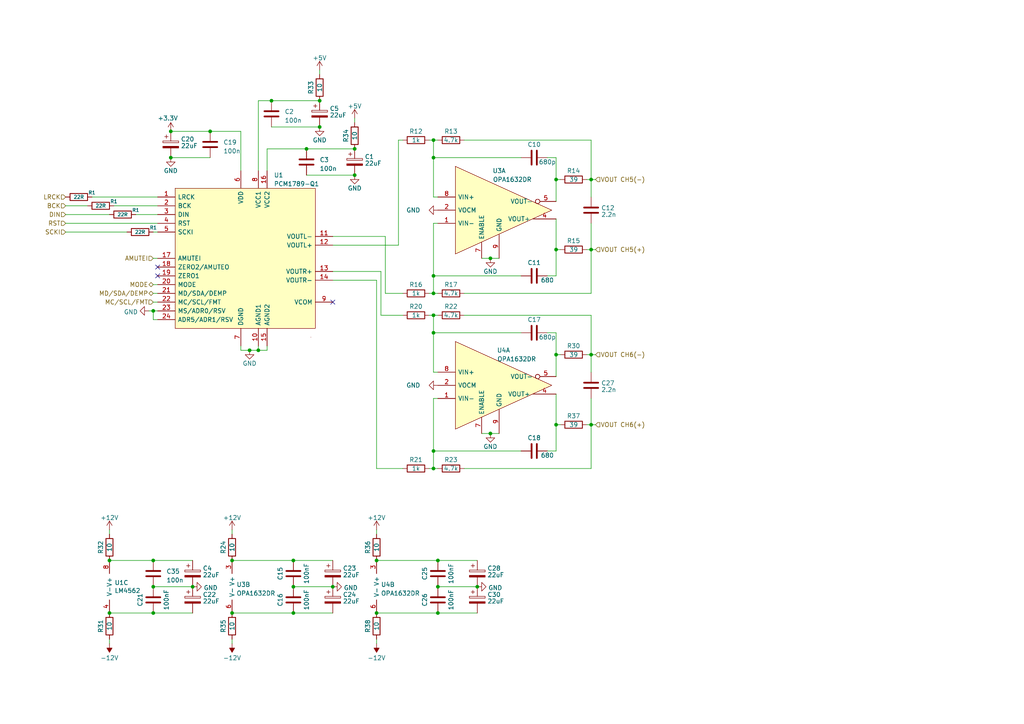
<source format=kicad_sch>
(kicad_sch (version 20230121) (generator eeschema)
  (paper "A4")
  (lib_symbols
    (symbol "Audio-DSP:PCM1789-Q1" (pin_names (offset 0.762))
      (property "Reference" "U" (at 11.43 24.13 0))
      (property "Value" "PCM1789-Q1" (at 6.35 21.59 0))
      (symbol "PCM1789-Q1_0_0"
        (pin passive line (at -26.67 17.78 0) (length 5.08) (name "LRCK") (number "1"))
        (pin passive line (at 2.54 -25.4 90) (length 5.08) (name "AGND1") (number "10"))
        (pin passive line (at 24.13 6.35 180) (length 5.08) (name "VOUTL-") (number "11"))
        (pin passive line (at 24.13 3.81 180) (length 5.08) (name "VOUTL+") (number "12"))
        (pin passive line (at 24.13 -3.81 180) (length 5.08) (name "VOUTR+") (number "13"))
        (pin passive line (at 24.13 -6.35 180) (length 5.08) (name "VOUTR-") (number "14"))
        (pin passive line (at 5.08 -25.4 90) (length 5.08) (name "AGND2") (number "15"))
        (pin passive line (at -26.67 0 0) (length 5.08) (name "AMUTEI") (number "17"))
        (pin passive line (at -26.67 -2.54 0) (length 5.08) (name "ZERO2/AMUTEO") (number "18"))
        (pin passive line (at -26.67 -5.08 0) (length 5.08) (name "ZERO1") (number "19"))
        (pin passive line (at -26.67 15.24 0) (length 5.08) (name "BCK") (number "2"))
        (pin passive line (at -26.67 -7.62 0) (length 5.08) (name "MODE") (number "20"))
        (pin passive line (at -26.67 -10.16 0) (length 5.08) (name "MD/SDA/DEMP") (number "21"))
        (pin passive line (at -26.67 -12.7 0) (length 5.08) (name "MC/SCL/FMT") (number "22"))
        (pin passive line (at -26.67 -15.24 0) (length 5.08) (name "MS/ADR0/RSV") (number "23"))
        (pin passive line (at -26.67 -17.78 0) (length 5.08) (name "ADR5/ADR1/RSV") (number "24"))
        (pin passive line (at -26.67 12.7 0) (length 5.08) (name "DIN") (number "3"))
        (pin passive line (at -26.67 10.16 0) (length 5.08) (name "RST") (number "4"))
        (pin passive line (at -26.67 7.62 0) (length 5.08) (name "SCKI") (number "5"))
        (pin passive line (at -2.54 -25.4 90) (length 5.08) (name "DGND") (number "7"))
        (pin passive line (at 24.13 -12.7 180) (length 5.08) (name "VCOM") (number "9"))
      )
      (symbol "PCM1789-Q1_0_1"
        (rectangle (start -21.59 20.32) (end 19.05 -20.32) (stroke (width 0.1524)) (fill (type background)))
        (rectangle (start 17.78 -22.86) (end 17.78 -22.86) (stroke (width 0.1524)))
      )
      (symbol "PCM1789-Q1_1_0"
        (pin power_in line (at 5.08 25.4 270) (length 5.08) (name "VCC2") (number "16"))
        (pin power_in line (at -2.54 25.4 270) (length 5.08) (name "VDD") (number "6"))
        (pin power_in line (at 2.54 25.4 270) (length 5.08) (name "VCC1") (number "8"))
      )
    )
    (symbol "Device:C" (pin_numbers hide) (pin_names (offset 0.254))
      (property "Reference" "C" (at 0.635 2.54 0))
      (property "Value" "C" (at 0.635 -2.54 0))
      (symbol "C_0_1"
        (polyline (pts (xy -2.032 -0.762) (xy 2.032 -0.762)) (stroke (width 0.508)))
        (polyline (pts (xy -2.032 0.762) (xy 2.032 0.762)) (stroke (width 0.508)))
      )
      (symbol "C_1_1"
        (pin passive line (at 0 3.81 270) (length 2.794) (name "~") (number "1"))
        (pin passive line (at 0 -3.81 90) (length 2.794) (name "~") (number "2"))
      )
    )
    (symbol "Device:C_Polarized" (pin_numbers hide) (pin_names (offset 0.254))
      (property "Reference" "C" (at 0.635 2.54 0))
      (property "Value" "C_Polarized" (at 0.635 -2.54 0))
      (symbol "C_Polarized_0_1"
        (rectangle (start -2.286 0.508) (end 2.286 1.016))
        (polyline (pts (xy -1.778 2.286) (xy -0.762 2.286)))
        (polyline (pts (xy -1.27 2.794) (xy -1.27 1.778)))
        (rectangle (start 2.286 -0.508) (end -2.286 -1.016) (fill (type outline)))
      )
      (symbol "C_Polarized_1_1"
        (pin passive line (at 0 3.81 270) (length 2.794) (name "~") (number "1"))
        (pin passive line (at 0 -3.81 90) (length 2.794) (name "~") (number "2"))
      )
    )
    (symbol "Device:R" (pin_numbers hide) (pin_names (offset 0))
      (property "Reference" "R" (at 2.032 0 90))
      (property "Value" "R" (at 0 0 90))
      (symbol "R_0_1"
        (rectangle (start -1.016 -2.54) (end 1.016 2.54) (stroke (width 0.254)))
      )
      (symbol "R_1_1"
        (pin passive line (at 0 3.81 270) (length 1.27) (name "~") (number "1"))
        (pin passive line (at 0 -3.81 90) (length 1.27) (name "~") (number "2"))
      )
    )
    (symbol "Main board-rescue:LM4562-Audio_DSP" (pin_names (offset 1.016))
      (property "Reference" "U" (at 1.27 6.35 0))
      (property "Value" "Audio_DSP_LM4562" (at 3.81 3.81 0))
      (symbol "LM4562-Audio_DSP_1_1"
        (polyline (pts (xy -3.81 5.08) (xy 6.35 0) (xy -3.81 -5.08) (xy -3.81 5.08)) (stroke (width 0.254)) (fill (type background)))
        (pin output line (at 8.89 0 180) (length 2.54) (name "~") (number "1"))
        (pin input line (at -6.35 -2.54 0) (length 2.54) (name "-") (number "2"))
        (pin input line (at -6.35 2.54 0) (length 2.54) (name "+") (number "3"))
      )
      (symbol "LM4562-Audio_DSP_2_1"
        (polyline (pts (xy -3.81 5.08) (xy 6.35 0) (xy -3.81 -5.08) (xy -3.81 5.08)) (stroke (width 0.254)) (fill (type background)))
        (pin input line (at -6.35 2.54 0) (length 2.54) (name "+") (number "5"))
        (pin input line (at -6.35 -2.54 0) (length 2.54) (name "-") (number "6"))
        (pin output line (at 8.89 0 180) (length 2.54) (name "~") (number "7"))
      )
      (symbol "LM4562-Audio_DSP_3_1"
        (pin power_in line (at 0 -7.62 90) (length 3.81) (name "V-") (number "4"))
        (pin power_in line (at 0 7.62 270) (length 3.81) (name "V+") (number "8"))
      )
    )
    (symbol "OPA1632DR_1" (pin_names (offset 0.762)) (in_bom no) (on_board no)
      (property "Reference" "U" (at 8.89 11.43 0))
      (property "Value" "OPA1632DR" (at 8.89 8.89 0))
      (symbol "OPA1632DR_1_1_0"
        (pin passive line (at -15.24 -2.54 0) (length 5.08) (name "VIN-") (number "1"))
        (pin passive line (at -15.24 1.27 0) (length 5.08) (name "VOCM") (number "2"))
        (pin passive line (at 19.05 -1.27 180) (length 6.7056) (name "VOUT+") (number "4"))
        (pin passive inverted (at 19.05 3.81 180) (length 5.9944) (name "VOUT-") (number "5"))
        (pin passive line (at -2.54 -12.7 90) (length 4.699) (name "ENABLE") (number "7"))
        (pin passive line (at -15.24 5.08 0) (length 5.08) (name "VIN+") (number "8"))
      )
      (symbol "OPA1632DR_1_1_1"
        (polyline (pts (xy -10.16 13.97) (xy 17.78 1.27) (xy -10.16 -11.43) (xy -10.16 13.97)) (stroke (width 0.1524)) (fill (type background)))
        (pin passive line (at 2.54 -12.7 90) (length 6.9088) (name "GND") (number "9"))
      )
      (symbol "OPA1632DR_1_2_0"
        (pin passive line (at 0 7.62 270) (length 3.81) (name "V+") (number "3"))
        (pin passive line (at 0 -7.62 90) (length 3.81) (name "V-") (number "6"))
      )
    )
    (symbol "power:+12V" (power) (pin_names (offset 0))
      (property "Value" "+12V" (at 0 3.556 0))
      (symbol "+12V_0_1"
        (polyline (pts (xy -0.762 1.27) (xy 0 2.54)))
        (polyline (pts (xy 0 0) (xy 0 2.54)))
        (polyline (pts (xy 0 2.54) (xy 0.762 1.27)))
      )
      (symbol "+12V_1_1"
        (pin power_in line (at 0 0 90) (length 0) hide (name "+12V") (number "1"))
      )
    )
    (symbol "power:+3.3V" (power) (pin_names (offset 0))
      (property "Value" "+3.3V" (at 0 3.556 0))
      (symbol "+3.3V_0_1"
        (polyline (pts (xy -0.762 1.27) (xy 0 2.54)))
        (polyline (pts (xy 0 0) (xy 0 2.54)))
        (polyline (pts (xy 0 2.54) (xy 0.762 1.27)))
      )
      (symbol "+3.3V_1_1"
        (pin power_in line (at 0 0 90) (length 0) hide (name "+3.3V") (number "1"))
      )
    )
    (symbol "power:+5V" (power) (pin_names (offset 0))
      (property "Value" "+5V" (at 0 3.556 0))
      (symbol "+5V_0_1"
        (polyline (pts (xy -0.762 1.27) (xy 0 2.54)))
        (polyline (pts (xy 0 0) (xy 0 2.54)))
        (polyline (pts (xy 0 2.54) (xy 0.762 1.27)))
      )
      (symbol "+5V_1_1"
        (pin power_in line (at 0 0 90) (length 0) hide (name "+5V") (number "1"))
      )
    )
    (symbol "power:-12V" (power) (pin_names (offset 0))
      (property "Value" "-12V" (at 0 3.81 0))
      (symbol "-12V_0_0"
        (pin power_in line (at 0 0 90) (length 0) hide (name "-12V") (number "1"))
      )
      (symbol "-12V_0_1"
        (polyline (pts (xy 0 0) (xy 0 1.27) (xy 0.762 1.27) (xy 0 2.54) (xy -0.762 1.27) (xy 0 1.27)) (fill (type outline)))
      )
    )
    (symbol "power:GND" (power) (pin_names (offset 0))
      (property "Value" "GND" (at 0 -3.81 0))
      (symbol "GND_0_1"
        (polyline (pts (xy 0 0) (xy 0 -1.27) (xy 1.27 -1.27) (xy 0 -2.54) (xy -1.27 -1.27) (xy 0 -1.27)))
      )
      (symbol "GND_1_1"
        (pin power_in line (at 0 0 270) (length 0) hide (name "GND") (number "1"))
      )
    )
  )
  (junction (at 60.96 38.1))
  (junction (at 125.73 135.89))
  (junction (at 31.75 162.56))
  (junction (at 125.73 80.01))
  (junction (at 161.29 52.07))
  (junction (at 44.45 90.17))
  (junction (at 67.31 177.8))
  (junction (at 88.9 43.18))
  (junction (at 85.09 177.8))
  (junction (at 67.31 162.56))
  (junction (at 44.45 170.18))
  (junction (at 125.73 45.72))
  (junction (at 127 170.18))
  (junction (at 49.53 45.72))
  (junction (at 125.73 40.64))
  (junction (at 92.71 36.83))
  (junction (at 161.29 102.87))
  (junction (at 161.29 72.39))
  (junction (at 127 162.56))
  (junction (at 74.93 101.6))
  (junction (at 142.24 125.73))
  (junction (at 31.75 177.8))
  (junction (at 102.87 43.18))
  (junction (at 44.45 162.56))
  (junction (at 138.43 170.18))
  (junction (at 85.09 170.18))
  (junction (at 85.09 162.56))
  (junction (at 142.24 74.93))
  (junction (at 125.73 130.81))
  (junction (at 171.45 102.87))
  (junction (at 78.74 29.21))
  (junction (at 171.45 72.39))
  (junction (at 125.73 91.44))
  (junction (at 72.39 101.6))
  (junction (at 44.45 177.8))
  (junction (at 125.73 85.09))
  (junction (at 171.45 123.19))
  (junction (at 49.53 38.1))
  (junction (at 125.73 96.52))
  (junction (at 109.22 162.56))
  (junction (at 96.52 170.18))
  (junction (at 55.88 170.18))
  (junction (at 109.22 177.8))
  (junction (at 102.87 50.8))
  (junction (at 171.45 52.07))
  (junction (at 92.71 29.21))
  (junction (at 161.29 123.19))
  (junction (at 127 177.8))
  (no_connect (at 96.52 87.63))
  (no_connect (at 45.72 80.01))
  (no_connect (at 45.72 77.47))
  (wire (pts (xy 171.45 91.44) (xy 171.45 102.87)))
  (wire (pts (xy 43.18 90.17) (xy 44.45 90.17)))
  (wire (pts (xy 161.29 130.81) (xy 161.29 123.19)))
  (wire (pts (xy 110.49 78.74) (xy 110.49 91.44)))
  (wire (pts (xy 69.85 101.6) (xy 72.39 101.6)))
  (wire (pts (xy 74.93 29.21) (xy 74.93 49.53)))
  (wire (pts (xy 170.18 72.39) (xy 171.45 72.39)))
  (wire (pts (xy 85.09 162.56) (xy 96.52 162.56)))
  (wire (pts (xy 139.7 125.73) (xy 142.24 125.73)))
  (wire (pts (xy 67.31 153.67) (xy 67.31 154.94)))
  (wire (pts (xy 158.75 80.01) (xy 161.29 80.01)))
  (wire (pts (xy 44.45 170.18) (xy 55.88 170.18)))
  (wire (pts (xy 77.47 43.18) (xy 88.9 43.18)))
  (wire (pts (xy 127 64.77) (xy 125.73 64.77)))
  (wire (pts (xy 78.74 29.21) (xy 92.71 29.21)))
  (wire (pts (xy 44.45 74.93) (xy 45.72 74.93)))
  (wire (pts (xy 125.73 130.81) (xy 125.73 135.89)))
  (wire (pts (xy 171.45 102.87) (xy 172.72 102.87)))
  (wire (pts (xy 74.93 29.21) (xy 78.74 29.21)))
  (wire (pts (xy 19.05 64.77) (xy 45.72 64.77)))
  (wire (pts (xy 158.75 130.81) (xy 161.29 130.81)))
  (wire (pts (xy 110.49 78.74) (xy 96.52 78.74)))
  (wire (pts (xy 124.46 135.89) (xy 125.73 135.89)))
  (wire (pts (xy 67.31 177.8) (xy 85.09 177.8)))
  (wire (pts (xy 125.73 96.52) (xy 151.13 96.52)))
  (wire (pts (xy 74.93 100.33) (xy 74.93 101.6)))
  (wire (pts (xy 161.29 80.01) (xy 161.29 72.39)))
  (wire (pts (xy 74.93 101.6) (xy 77.47 101.6)))
  (wire (pts (xy 127 162.56) (xy 138.43 162.56)))
  (wire (pts (xy 88.9 50.8) (xy 102.87 50.8)))
  (wire (pts (xy 171.45 135.89) (xy 171.45 123.19)))
  (wire (pts (xy 19.05 67.31) (xy 36.83 67.31)))
  (wire (pts (xy 170.18 102.87) (xy 171.45 102.87)))
  (wire (pts (xy 125.73 57.15) (xy 127 57.15)))
  (wire (pts (xy 125.73 91.44) (xy 127 91.44)))
  (wire (pts (xy 77.47 100.33) (xy 77.47 101.6)))
  (wire (pts (xy 125.73 80.01) (xy 125.73 85.09)))
  (wire (pts (xy 102.87 35.56) (xy 102.87 34.29)))
  (wire (pts (xy 49.53 38.1) (xy 60.96 38.1)))
  (wire (pts (xy 161.29 45.72) (xy 161.29 52.07)))
  (wire (pts (xy 44.45 90.17) (xy 45.72 90.17)))
  (wire (pts (xy 77.47 43.18) (xy 77.47 49.53)))
  (wire (pts (xy 19.05 62.23) (xy 31.75 62.23)))
  (wire (pts (xy 171.45 72.39) (xy 172.72 72.39)))
  (wire (pts (xy 142.24 74.93) (xy 144.78 74.93)))
  (wire (pts (xy 44.45 90.17) (xy 44.45 92.71)))
  (wire (pts (xy 134.62 40.64) (xy 171.45 40.64)))
  (wire (pts (xy 127 135.89) (xy 125.73 135.89)))
  (wire (pts (xy 109.22 153.67) (xy 109.22 154.94)))
  (wire (pts (xy 67.31 162.56) (xy 85.09 162.56)))
  (wire (pts (xy 124.46 91.44) (xy 125.73 91.44)))
  (wire (pts (xy 171.45 102.87) (xy 171.45 107.95)))
  (wire (pts (xy 127 177.8) (xy 138.43 177.8)))
  (wire (pts (xy 115.57 40.64) (xy 115.57 71.12)))
  (wire (pts (xy 44.45 87.63) (xy 45.72 87.63)))
  (wire (pts (xy 60.96 38.1) (xy 69.85 38.1)))
  (wire (pts (xy 26.67 57.15) (xy 45.72 57.15)))
  (wire (pts (xy 127 170.18) (xy 138.43 170.18)))
  (wire (pts (xy 161.29 72.39) (xy 162.56 72.39)))
  (wire (pts (xy 161.29 52.07) (xy 161.29 58.42)))
  (wire (pts (xy 92.71 21.59) (xy 92.71 20.32)))
  (wire (pts (xy 69.85 49.53) (xy 69.85 38.1)))
  (wire (pts (xy 171.45 123.19) (xy 172.72 123.19)))
  (wire (pts (xy 170.18 123.19) (xy 171.45 123.19)))
  (wire (pts (xy 125.73 96.52) (xy 125.73 107.95)))
  (wire (pts (xy 171.45 40.64) (xy 171.45 52.07)))
  (wire (pts (xy 125.73 107.95) (xy 127 107.95)))
  (wire (pts (xy 85.09 177.8) (xy 96.52 177.8)))
  (wire (pts (xy 127 115.57) (xy 125.73 115.57)))
  (wire (pts (xy 125.73 91.44) (xy 125.73 96.52)))
  (wire (pts (xy 125.73 45.72) (xy 125.73 57.15)))
  (wire (pts (xy 125.73 115.57) (xy 125.73 130.81)))
  (wire (pts (xy 44.45 177.8) (xy 55.88 177.8)))
  (wire (pts (xy 171.45 64.77) (xy 171.45 72.39)))
  (wire (pts (xy 134.62 85.09) (xy 171.45 85.09)))
  (wire (pts (xy 127 85.09) (xy 125.73 85.09)))
  (wire (pts (xy 44.45 67.31) (xy 45.72 67.31)))
  (wire (pts (xy 85.09 170.18) (xy 96.52 170.18)))
  (wire (pts (xy 109.22 177.8) (xy 127 177.8)))
  (wire (pts (xy 31.75 162.56) (xy 44.45 162.56)))
  (wire (pts (xy 171.45 52.07) (xy 172.72 52.07)))
  (wire (pts (xy 109.22 185.42) (xy 109.22 186.69)))
  (wire (pts (xy 31.75 153.67) (xy 31.75 154.94)))
  (wire (pts (xy 125.73 40.64) (xy 127 40.64)))
  (wire (pts (xy 139.7 74.93) (xy 142.24 74.93)))
  (wire (pts (xy 111.76 85.09) (xy 116.84 85.09)))
  (wire (pts (xy 134.62 135.89) (xy 171.45 135.89)))
  (wire (pts (xy 124.46 40.64) (xy 125.73 40.64)))
  (wire (pts (xy 78.74 36.83) (xy 92.71 36.83)))
  (wire (pts (xy 125.73 45.72) (xy 151.13 45.72)))
  (wire (pts (xy 69.85 100.33) (xy 69.85 101.6)))
  (wire (pts (xy 142.24 125.73) (xy 144.78 125.73)))
  (wire (pts (xy 171.45 52.07) (xy 171.45 57.15)))
  (wire (pts (xy 96.52 71.12) (xy 115.57 71.12)))
  (wire (pts (xy 109.22 162.56) (xy 127 162.56)))
  (wire (pts (xy 158.75 45.72) (xy 161.29 45.72)))
  (wire (pts (xy 161.29 123.19) (xy 161.29 114.3)))
  (wire (pts (xy 161.29 96.52) (xy 161.29 102.87)))
  (wire (pts (xy 161.29 72.39) (xy 161.29 63.5)))
  (wire (pts (xy 31.75 185.42) (xy 31.75 186.69)))
  (wire (pts (xy 125.73 64.77) (xy 125.73 80.01)))
  (wire (pts (xy 31.75 177.8) (xy 44.45 177.8)))
  (wire (pts (xy 116.84 40.64) (xy 115.57 40.64)))
  (wire (pts (xy 161.29 123.19) (xy 162.56 123.19)))
  (wire (pts (xy 125.73 40.64) (xy 125.73 45.72)))
  (wire (pts (xy 171.45 85.09) (xy 171.45 72.39)))
  (wire (pts (xy 88.9 43.18) (xy 102.87 43.18)))
  (wire (pts (xy 161.29 102.87) (xy 162.56 102.87)))
  (wire (pts (xy 161.29 102.87) (xy 161.29 109.22)))
  (wire (pts (xy 111.76 68.58) (xy 111.76 85.09)))
  (wire (pts (xy 96.52 81.28) (xy 109.22 81.28)))
  (wire (pts (xy 134.62 91.44) (xy 171.45 91.44)))
  (wire (pts (xy 109.22 81.28) (xy 109.22 135.89)))
  (wire (pts (xy 33.02 59.69) (xy 45.72 59.69)))
  (wire (pts (xy 19.05 59.69) (xy 25.4 59.69)))
  (wire (pts (xy 44.45 85.09) (xy 45.72 85.09)))
  (wire (pts (xy 39.37 62.23) (xy 45.72 62.23)))
  (wire (pts (xy 161.29 52.07) (xy 162.56 52.07)))
  (wire (pts (xy 72.39 101.6) (xy 74.93 101.6)))
  (wire (pts (xy 109.22 135.89) (xy 116.84 135.89)))
  (wire (pts (xy 96.52 68.58) (xy 111.76 68.58)))
  (wire (pts (xy 151.13 80.01) (xy 125.73 80.01)))
  (wire (pts (xy 124.46 85.09) (xy 125.73 85.09)))
  (wire (pts (xy 151.13 130.81) (xy 125.73 130.81)))
  (wire (pts (xy 158.75 96.52) (xy 161.29 96.52)))
  (wire (pts (xy 45.72 82.55) (xy 44.45 82.55)))
  (wire (pts (xy 170.18 52.07) (xy 171.45 52.07)))
  (wire (pts (xy 67.31 185.42) (xy 67.31 186.69)))
  (wire (pts (xy 171.45 115.57) (xy 171.45 123.19)))
  (wire (pts (xy 116.84 91.44) (xy 110.49 91.44)))
  (wire (pts (xy 49.53 45.72) (xy 60.96 45.72)))
  (wire (pts (xy 44.45 92.71) (xy 45.72 92.71)))
  (wire (pts (xy 44.45 162.56) (xy 55.88 162.56)))
  (hierarchical_label "VOUT CH6(+)" (shape input) (at 172.72 123.19 0))
  (hierarchical_label "SCKI" (shape input) (at 19.05 67.31 180))
  (hierarchical_label "VOUT CH5(-)" (shape input) (at 172.72 52.07 0))
  (hierarchical_label "MD{slash}SDA{slash}DEMP" (shape bidirectional) (at 44.45 85.09 180))
  (hierarchical_label "DIN" (shape input) (at 19.05 62.23 180))
  (hierarchical_label "MODE" (shape bidirectional) (at 44.45 82.55 180))
  (hierarchical_label "VOUT CH5(+)" (shape input) (at 172.72 72.39 0))
  (hierarchical_label "MC{slash}SCL{slash}FMT" (shape input) (at 44.45 87.63 180))
  (hierarchical_label "RST" (shape input) (at 19.05 64.77 180))
  (hierarchical_label "VOUT CH6(-)" (shape input) (at 172.72 102.87 0))
  (hierarchical_label "AMUTEI" (shape input) (at 44.45 74.93 180))
  (hierarchical_label "LRCK" (shape input) (at 19.05 57.15 180))
  (hierarchical_label "BCK" (shape input) (at 19.05 59.69 180))
  (symbol (lib_id "Device:C_Polarized") (at 102.87 46.99 0) (unit 1)
    (property "Reference" "C1" (at 105.791 45.4573 0) (effects (justify left)))
    (property "Value" "22uF" (at 105.791 47.3783 0) (effects (justify left)))
    (property "Footprint" "Capacitor_THT:CP_Radial_D5.0mm_P2.00mm" (effects hide))
    (property "Datasheet" "Electrolytic Capacitor, 22 µF, 25 V, ± 20%, Radial Leaded, 2000 hours @ 85°C, Polar" (effects hide))
    (instances (project "Main board" (path "" (reference "C1") (unit 1)) (path "" (reference "C44") (unit 1)) (path "" (reference "C68") (unit 1))))
  )
  (symbol (lib_id "Device:C") (at 85.09 173.99 0) (unit 1)
    (property "Reference" "C16" (at 81.28 173.99 90))
    (property "Value" "100nF" (at 88.9 173.99 90))
    (property "Footprint" "Capacitor_SMD:C_0805_2012Metric" (effects hide))
    (instances (project "Main board" (path "" (reference "C16") (unit 1)) (path "" (reference "C38") (unit 1)) (path "" (reference "C63") (unit 1))))
  )
  (symbol (lib_id "Device:R") (at 130.81 91.44 90) (unit 1)
    (property "Reference" "R22" (at 130.81 88.9 90))
    (property "Value" "4.7k" (at 130.81 91.44 90))
    (property "Footprint" "Resistor_SMD:R_0805_2012Metric" (effects hide))
    (instances (project "Main board" (path "" (reference "R22") (unit 1)) (path "" (reference "R61") (unit 1)) (path "" (reference "R81") (unit 1))))
  )
  (symbol (lib_id "Device:C") (at 154.94 130.81 90) (unit 1)
    (property "Reference" "C18" (at 154.94 127 90))
    (property "Value" "680" (at 158.75 132.08 90))
    (property "Footprint" "Capacitor_SMD:C_0805_2012Metric" (effects hide))
    (instances (project "Main board" (path "" (reference "C18") (unit 1)) (path "" (reference "C58") (unit 1)) (path "" (reference "C76") (unit 1))))
  )
  (symbol (lib_id "power:GND") (at 127 111.76 270) (unit 1)
    (property "Reference" "#PWR09" (effects hide))
    (property "Value" "GND" (at 121.92 111.76 90) (effects (justify right)))
    (instances (project "Main board" (path "" (reference "#PWR09") (unit 1)) (path "" (reference "#PWR045") (unit 1)) (path "" (reference "#PWR068") (unit 1))))
  )
  (symbol (lib_id "power:GND") (at 92.71 36.83 0) (unit 1)
    (property "Reference" "#PWR05" (effects hide))
    (property "Value" "GND" (at 92.71 40.64 0))
    (instances (project "Main board" (path "" (reference "#PWR05") (unit 1)) (path "" (reference "#PWR039") (unit 1)) (path "" (reference "#PWR061") (unit 1))))
  )
  (symbol (lib_name "OPA1632DR_1") (lib_id "Audio-DSP:OPA1632DR") (at 142.24 113.03 0) (unit 1) (in_bom no) (on_board no)
    (property "Reference" "U4" (at 146.05 101.6 0))
    (property "Value" "OPA1632DR" (at 149.86 104.14 0))
    (property "Footprint" "Audio_DSP:VSSOP-8_3.0x3.0mm_P0.65_TP1.8x1.5" (effects hide))
    (property "Datasheet" "https://eu.mouser.com/ProductDetail/Texas-Instruments/OPA1632DGNR?qs=7nS3%252BbEUL6t46Xk02kKOHg%3D%3D" (effects hide))
    (instances (project "Main board" (path "" (reference "U4") (unit 1)) (path "" (reference "U8") (unit 1)) (path "" (reference "U12") (unit 1))))
  )
  (symbol (lib_id "Device:C") (at 171.45 60.96 0) (unit 1)
    (property "Reference" "C12" (at 174.371 60.3163 0) (effects (justify left)))
    (property "Value" "2.2n" (at 174.371 62.2373 0) (effects (justify left)))
    (property "Footprint" "Capacitor_SMD:C_0805_2012Metric" (effects hide))
    (instances (project "Main board" (path "" (reference "C12") (unit 1)) (path "" (reference "C59") (unit 1)) (path "" (reference "C77") (unit 1))))
  )
  (symbol (lib_id "Device:C") (at 85.09 166.37 0) (unit 1)
    (property "Reference" "C15" (at 81.28 166.37 90))
    (property "Value" "100nF" (at 88.9 166.37 90))
    (property "Footprint" "Capacitor_SMD:C_0805_2012Metric" (effects hide))
    (instances (project "Main board" (path "" (reference "C15") (unit 1)) (path "" (reference "C37") (unit 1)) (path "" (reference "C62") (unit 1))))
  )
  (symbol (lib_id "Device:C") (at 127 166.37 0) (unit 1)
    (property "Reference" "C25" (at 123.19 166.37 90))
    (property "Value" "100nF" (at 130.81 166.37 90))
    (property "Footprint" "Capacitor_SMD:C_0805_2012Metric" (effects hide))
    (instances (project "Main board" (path "" (reference "C25") (unit 1)) (path "" (reference "C45") (unit 1)) (path "" (reference "C69") (unit 1))))
  )
  (symbol (lib_id "Device:R") (at 31.75 181.61 180) (unit 1)
    (property "Reference" "R31" (at 29.21 181.61 90))
    (property "Value" "10" (at 31.75 181.61 90))
    (property "Footprint" "Resistor_SMD:R_0805_2012Metric" (effects hide))
    (instances (project "Main board" (path "" (reference "R31") (unit 1)) (path "" (reference "R40") (unit 1)) (path "" (reference "R56") (unit 1))))
  )
  (symbol (lib_id "power:-12V") (at 31.75 186.69 180) (unit 1)
    (property "Reference" "#PWR015" (effects hide))
    (property "Value" "-12V" (at 31.75 190.8255 0))
    (instances (project "Main board" (path "" (reference "#PWR015") (unit 1)) (path "" (reference "#PWR018") (unit 1)) (path "" (reference "#PWR052") (unit 1))))
  )
  (symbol (lib_id "Device:R") (at 67.31 158.75 180) (unit 1)
    (property "Reference" "R24" (at 64.77 158.75 90))
    (property "Value" "10" (at 67.31 158.75 90))
    (property "Footprint" "Resistor_SMD:R_0805_2012Metric" (effects hide))
    (instances (project "Main board" (path "" (reference "R24") (unit 1)) (path "" (reference "R45") (unit 1)) (path "" (reference "R65") (unit 1))))
  )
  (symbol (lib_id "Device:R") (at 120.65 91.44 90) (unit 1)
    (property "Reference" "R20" (at 120.65 88.9 90))
    (property "Value" "1k" (at 120.65 91.44 90))
    (property "Footprint" "Resistor_SMD:R_0805_2012Metric" (effects hide))
    (instances (project "Main board" (path "" (reference "R20") (unit 1)) (path "" (reference "R57") (unit 1)) (path "" (reference "R77") (unit 1))))
  )
  (symbol (lib_id "power:+5V") (at 102.87 34.29 0) (unit 1)
    (property "Reference" "#PWR029" (effects hide))
    (property "Value" "+5V" (at 102.87 30.7881 0))
    (instances (project "Main board" (path "" (reference "#PWR029") (unit 1)) (path "" (reference "#PWR042") (unit 1)) (path "" (reference "#PWR063") (unit 1))))
  )
  (symbol (lib_id "Device:C_Polarized") (at 96.52 173.99 0) (unit 1)
    (property "Reference" "C24" (at 99.441 172.4573 0) (effects (justify left)))
    (property "Value" "22uF" (at 99.441 174.3783 0) (effects (justify left)))
    (property "Footprint" "Capacitor_THT:CP_Radial_D5.0mm_P2.00mm" (effects hide))
    (property "Datasheet" "Electrolytic Capacitor, 22 µF, 25 V, ± 20%, Radial Leaded, 2000 hours @ 85°C, Polar" (effects hide))
    (instances (project "Main board" (path "" (reference "C24") (unit 1)) (path "" (reference "C41") (unit 1)) (path "" (reference "C67") (unit 1))))
  )
  (symbol (lib_id "power:GND") (at 142.24 125.73 0) (unit 1)
    (property "Reference" "#PWR010" (effects hide))
    (property "Value" "GND" (at 142.24 129.54 0))
    (instances (project "Main board" (path "" (reference "#PWR010") (unit 1)) (path "" (reference "#PWR048") (unit 1)) (path "" (reference "#PWR071") (unit 1))))
  )
  (symbol (lib_id "Device:R") (at 31.75 158.75 180) (unit 1)
    (property "Reference" "R32" (at 29.21 158.75 90))
    (property "Value" "10" (at 31.75 158.75 90))
    (property "Footprint" "Resistor_SMD:R_0805_2012Metric" (effects hide))
    (instances (project "Main board" (path "" (reference "R32") (unit 1)) (path "" (reference "R39") (unit 1)) (path "" (reference "R55") (unit 1))))
  )
  (symbol (lib_id "Device:C_Polarized") (at 92.71 33.02 0) (unit 1)
    (property "Reference" "C5" (at 95.631 31.4873 0) (effects (justify left)))
    (property "Value" "22uF" (at 95.631 33.4083 0) (effects (justify left)))
    (property "Footprint" "Capacitor_THT:CP_Radial_D5.0mm_P2.00mm" (effects hide))
    (property "Datasheet" "Electrolytic Capacitor, 22 µF, 25 V, ± 20%, Radial Leaded, 2000 hours @ 85°C, Polar" (effects hide))
    (instances (project "Main board" (path "" (reference "C5") (unit 1)) (path "" (reference "C43") (unit 1)) (path "" (reference "C65") (unit 1))))
  )
  (symbol (lib_id "Device:R") (at 130.81 135.89 90) (unit 1)
    (property "Reference" "R23" (at 130.81 133.35 90))
    (property "Value" "4.7k" (at 130.81 135.89 90))
    (property "Footprint" "Resistor_SMD:R_0805_2012Metric" (effects hide))
    (instances (project "Main board" (path "" (reference "R23") (unit 1)) (path "" (reference "R62") (unit 1)) (path "" (reference "R82") (unit 1))))
  )
  (symbol (lib_id "Device:C_Polarized") (at 49.53 41.91 0) (unit 1)
    (property "Reference" "C20" (at 52.451 40.3773 0) (effects (justify left)))
    (property "Value" "22uF" (at 52.451 42.2983 0) (effects (justify left)))
    (property "Footprint" "Capacitor_THT:CP_Radial_D5.0mm_P2.00mm" (effects hide))
    (property "Datasheet" "Electrolytic Capacitor, 22 µF, 25 V, ± 20%, Radial Leaded, 2000 hours @ 85°C, Polar" (effects hide))
    (instances (project "Main board" (path "" (reference "C20") (unit 1)) (path "" (reference "C34") (unit 1)) (path "" (reference "C51") (unit 1))))
  )
  (symbol (lib_id "power:GND") (at 102.87 50.8 0) (unit 1)
    (property "Reference" "#PWR07" (effects hide))
    (property "Value" "GND" (at 102.87 54.61 0))
    (instances (project "Main board" (path "" (reference "#PWR07") (unit 1)) (path "" (reference "#PWR043") (unit 1)) (path "" (reference "#PWR064") (unit 1))))
  )
  (symbol (lib_name "OPA1632DR_1") (lib_id "Audio-DSP:OPA1632DR") (at 142.24 62.23 0) (unit 1) (in_bom no) (on_board no)
    (property "Reference" "U3" (at 144.78 49.53 0))
    (property "Value" "OPA1632DR" (at 148.59 52.07 0))
    (property "Footprint" "Audio_DSP:VSSOP-8_3.0x3.0mm_P0.65_TP1.8x1.5" (effects hide))
    (property "Datasheet" "https://eu.mouser.com/ProductDetail/Texas-Instruments/OPA1632DGNR?qs=7nS3%252BbEUL6t46Xk02kKOHg%3D%3D" (effects hide))
    (instances (project "Main board" (path "" (reference "U3") (unit 1)) (path "" (reference "U6") (unit 1)) (path "" (reference "U10") (unit 1))))
  )
  (symbol (lib_id "power:GND") (at 138.43 170.18 90) (unit 1)
    (property "Reference" "#PWR033" (effects hide))
    (property "Value" "GND" (at 141.605 170.4968 90) (effects (justify right)))
    (instances (project "Main board" (path "" (reference "#PWR033") (unit 1)) (path "" (reference "#PWR046") (unit 1)) (path "" (reference "#PWR069") (unit 1))))
  )
  (symbol (lib_id "Device:R") (at 166.37 72.39 90) (unit 1)
    (property "Reference" "R15" (at 166.37 69.85 90))
    (property "Value" "39" (at 166.37 72.39 90))
    (property "Footprint" "Resistor_SMD:R_0805_2012Metric" (effects hide))
    (instances (project "Main board" (path "" (reference "R15") (unit 1)) (path "" (reference "R74") (unit 1)) (path "" (reference "R84") (unit 1))))
  )
  (symbol (lib_id "power:+3.3V") (at 49.53 38.1 0) (unit 1)
    (property "Reference" "#PWR03" (effects hide))
    (property "Value" "+3.3V" (at 45.72 34.29 0) (effects (justify left)))
    (instances (project "Main board" (path "" (reference "#PWR03") (unit 1)) (path "" (reference "#PWR022") (unit 1)) (path "" (reference "#PWR054") (unit 1))))
  )
  (symbol (lib_id "Device:R") (at 29.21 59.69 90) (unit 1)
    (property "Reference" "R1" (at 33.02 58.42 90) (effects (font (size 1 1))))
    (property "Value" "22R" (at 29.21 59.69 90) (effects (font (size 1 1))))
    (property "Footprint" "Resistor_SMD:R_0805_2012Metric" (effects hide))
    (instances (project "Main board" (path "" (reference "R1") (unit 1)) (path "" (reference "R2") (unit 1)) (path "" (reference "R42") (unit 1)) (path "" (reference "R52") (unit 1))))
  )
  (symbol (lib_id "power:+12V") (at 67.31 153.67 0) (unit 1)
    (property "Reference" "#PWR011" (effects hide))
    (property "Value" "+12V" (at 67.31 150.1681 0))
    (instances (project "Main board" (path "" (reference "#PWR011") (unit 1)) (path "" (reference "#PWR030") (unit 1)) (path "" (reference "#PWR057") (unit 1))))
  )
  (symbol (lib_id "Device:C") (at 78.74 33.02 0) (unit 1)
    (property "Reference" "C2" (at 82.55 32.385 0) (effects (justify left)))
    (property "Value" "100n" (at 82.55 34.925 0) (effects (justify left)))
    (property "Footprint" "Capacitor_SMD:C_0805_2012Metric" (effects hide))
    (instances (project "Main board" (path "" (reference "C2") (unit 1)) (path "" (reference "C39") (unit 1)) (path "" (reference "C61") (unit 1))))
  )
  (symbol (lib_id "Device:R") (at 40.64 67.31 90) (unit 1)
    (property "Reference" "R1" (at 44.45 66.04 90) (effects (font (size 1 1))))
    (property "Value" "22R" (at 40.64 67.31 90) (effects (font (size 1 1))))
    (property "Footprint" "Resistor_SMD:R_0805_2012Metric" (effects hide))
    (instances (project "Main board" (path "" (reference "R1") (unit 1)) (path "" (reference "R4") (unit 1)) (path "" (reference "R44") (unit 1)) (path "" (reference "R64") (unit 1))))
  )
  (symbol (lib_id "Device:R") (at 35.56 62.23 90) (unit 1)
    (property "Reference" "R1" (at 39.37 60.96 90) (effects (font (size 1 1))))
    (property "Value" "22R" (at 35.56 62.23 90) (effects (font (size 1 1))))
    (property "Footprint" "Resistor_SMD:R_0805_2012Metric" (effects hide))
    (instances (project "Main board" (path "" (reference "R1") (unit 1)) (path "" (reference "R3") (unit 1)) (path "" (reference "R43") (unit 1)) (path "" (reference "R63") (unit 1))))
  )
  (symbol (lib_id "Device:C") (at 171.45 111.76 0) (unit 1)
    (property "Reference" "C27" (at 174.371 111.1163 0) (effects (justify left)))
    (property "Value" "2.2n" (at 174.371 113.0373 0) (effects (justify left)))
    (property "Footprint" "Capacitor_SMD:C_0805_2012Metric" (effects hide))
    (instances (project "Main board" (path "" (reference "C27") (unit 1)) (path "" (reference "C60") (unit 1)) (path "" (reference "C78") (unit 1))))
  )
  (symbol (lib_id "Device:C_Polarized") (at 55.88 166.37 0) (unit 1)
    (property "Reference" "C4" (at 58.801 164.8373 0) (effects (justify left)))
    (property "Value" "22uF" (at 58.801 166.7583 0) (effects (justify left)))
    (property "Footprint" "Capacitor_THT:CP_Radial_D5.0mm_P2.00mm" (effects hide))
    (property "Datasheet" "Electrolytic Capacitor, 22 µF, 25 V, ± 20%, Radial Leaded, 2000 hours @ 85°C, Polar" (effects hide))
    (instances (project "Main board" (path "" (reference "C4") (unit 1)) (path "" (reference "C32") (unit 1)) (path "" (reference "C52") (unit 1))))
  )
  (symbol (lib_id "power:+5V") (at 92.71 20.32 0) (unit 1)
    (property "Reference" "#PWR02" (effects hide))
    (property "Value" "+5V" (at 92.71 16.8181 0))
    (instances (project "Main board" (path "" (reference "#PWR02") (unit 1)) (path "" (reference "#PWR038") (unit 1)) (path "" (reference "#PWR060") (unit 1))))
  )
  (symbol (lib_id "Device:C") (at 127 173.99 0) (unit 1)
    (property "Reference" "C26" (at 123.19 173.99 90))
    (property "Value" "100nF" (at 130.81 173.99 90))
    (property "Footprint" "Capacitor_SMD:C_0805_2012Metric" (effects hide))
    (instances (project "Main board" (path "" (reference "C26") (unit 1)) (path "" (reference "C46") (unit 1)) (path "" (reference "C70") (unit 1))))
  )
  (symbol (lib_id "power:GND") (at 55.88 170.18 90) (unit 1)
    (property "Reference" "#PWR028" (effects hide))
    (property "Value" "GND" (at 59.055 170.4968 90) (effects (justify right)))
    (instances (project "Main board" (path "" (reference "#PWR028") (unit 1)) (path "" (reference "#PWR021") (unit 1)) (path "" (reference "#PWR056") (unit 1))))
  )
  (symbol (lib_id "Device:C_Polarized") (at 96.52 166.37 0) (unit 1)
    (property "Reference" "C23" (at 99.441 164.8373 0) (effects (justify left)))
    (property "Value" "22uF" (at 99.441 166.7583 0) (effects (justify left)))
    (property "Footprint" "Capacitor_THT:CP_Radial_D5.0mm_P2.00mm" (effects hide))
    (property "Datasheet" "Electrolytic Capacitor, 22 µF, 25 V, ± 20%, Radial Leaded, 2000 hours @ 85°C, Polar" (effects hide))
    (instances (project "Main board" (path "" (reference "C23") (unit 1)) (path "" (reference "C40") (unit 1)) (path "" (reference "C66") (unit 1))))
  )
  (symbol (lib_id "Device:C") (at 88.9 46.99 0) (unit 1)
    (property "Reference" "C3" (at 92.71 46.355 0) (effects (justify left)))
    (property "Value" "100n" (at 92.71 48.895 0) (effects (justify left)))
    (property "Footprint" "Capacitor_SMD:C_0805_2012Metric" (effects hide))
    (instances (project "Main board" (path "" (reference "C3") (unit 1)) (path "" (reference "C42") (unit 1)) (path "" (reference "C64") (unit 1))))
  )
  (symbol (lib_id "Device:C") (at 154.94 45.72 90) (unit 1)
    (property "Reference" "C10" (at 154.94 41.91 90))
    (property "Value" "680p" (at 158.75 46.99 90))
    (property "Footprint" "Capacitor_SMD:C_0805_2012Metric" (effects hide))
    (instances (project "Main board" (path "" (reference "C10") (unit 1)) (path "" (reference "C55") (unit 1)) (path "" (reference "C73") (unit 1))))
  )
  (symbol (lib_id "power:GND") (at 72.39 101.6 0) (unit 1)
    (property "Reference" "#PWR01" (effects hide))
    (property "Value" "GND" (at 72.39 105.41 0))
    (instances (project "Main board" (path "" (reference "#PWR01") (unit 1)) (path "" (reference "#PWR036") (unit 1)) (path "" (reference "#PWR059") (unit 1))))
  )
  (symbol (lib_id "Device:C_Polarized") (at 55.88 173.99 0) (unit 1)
    (property "Reference" "C22" (at 58.801 172.4573 0) (effects (justify left)))
    (property "Value" "22uF" (at 58.801 174.3783 0) (effects (justify left)))
    (property "Footprint" "Capacitor_THT:CP_Radial_D5.0mm_P2.00mm" (effects hide))
    (property "Datasheet" "Electrolytic Capacitor, 22 µF, 25 V, ± 20%, Radial Leaded, 2000 hours @ 85°C, Polar" (effects hide))
    (instances (project "Main board" (path "" (reference "C22") (unit 1)) (path "" (reference "C33") (unit 1)) (path "" (reference "C53") (unit 1))))
  )
  (symbol (lib_id "Device:R") (at 120.65 135.89 90) (unit 1)
    (property "Reference" "R21" (at 120.65 133.35 90))
    (property "Value" "1k" (at 120.65 135.89 90))
    (property "Footprint" "Resistor_SMD:R_0805_2012Metric" (effects hide))
    (instances (project "Main board" (path "" (reference "R21") (unit 1)) (path "" (reference "R58") (unit 1)) (path "" (reference "R78") (unit 1))))
  )
  (symbol (lib_id "Device:R") (at 120.65 85.09 90) (unit 1)
    (property "Reference" "R16" (at 120.65 82.55 90))
    (property "Value" "1k" (at 120.65 85.09 90))
    (property "Footprint" "Resistor_SMD:R_0805_2012Metric" (effects hide))
    (instances (project "Main board" (path "" (reference "R16") (unit 1)) (path "" (reference "R54") (unit 1)) (path "" (reference "R72") (unit 1))))
  )
  (symbol (lib_id "Device:R") (at 130.81 85.09 90) (unit 1)
    (property "Reference" "R17" (at 130.81 82.55 90))
    (property "Value" "4.7k" (at 130.81 85.09 90))
    (property "Footprint" "Resistor_SMD:R_0805_2012Metric" (effects hide))
    (instances (project "Main board" (path "" (reference "R17") (unit 1)) (path "" (reference "R60") (unit 1)) (path "" (reference "R80") (unit 1))))
  )
  (symbol (lib_id "power:+12V") (at 31.75 153.67 0) (unit 1)
    (property "Reference" "#PWR014" (effects hide))
    (property "Value" "+12V" (at 31.75 150.1681 0))
    (instances (project "Main board" (path "" (reference "#PWR014") (unit 1)) (path "" (reference "#PWR013") (unit 1)) (path "" (reference "#PWR050") (unit 1))))
  )
  (symbol (lib_id "Device:R") (at 166.37 102.87 90) (unit 1)
    (property "Reference" "R30" (at 166.37 100.33 90))
    (property "Value" "39" (at 166.37 102.87 90))
    (property "Footprint" "Resistor_SMD:R_0805_2012Metric" (effects hide))
    (instances (project "Main board" (path "" (reference "R30") (unit 1)) (path "" (reference "R75") (unit 1)) (path "" (reference "R85") (unit 1))))
  )
  (symbol (lib_id "Device:R") (at 166.37 52.07 90) (unit 1)
    (property "Reference" "R14" (at 166.37 49.53 90))
    (property "Value" "39" (at 166.37 52.07 90))
    (property "Footprint" "Resistor_SMD:R_0805_2012Metric" (effects hide))
    (instances (project "Main board" (path "" (reference "R14") (unit 1)) (path "" (reference "R73") (unit 1)) (path "" (reference "R83") (unit 1))))
  )
  (symbol (lib_id "Main board-rescue:LM4562-Audio_DSP") (at 31.75 170.18 0) (unit 3)
    (property "Reference" "U1" (at 33.2232 169.0116 0) (effects (justify left)))
    (property "Value" "LM4562" (at 33.2232 171.323 0) (effects (justify left)))
    (property "Footprint" "Package_SO:SOIC-8_3.9x4.9mm_P1.27mm" (effects hide))
    (property "Datasheet" "https://nl.farnell.com/texas-instruments/lm4562max-nopb/audio-amplifier-55mhz-20v-us-soic/dp/3004534?st=lm4562" (effects hide))
    (instances (project "Main board" (path "" (reference "U1") (unit 3)) (path "" (reference "U2") (unit 3)) (path "" (reference "U5") (unit 3)) (path "" (reference "U9") (unit 3))))
  )
  (symbol (lib_id "Device:C_Polarized") (at 138.43 166.37 0) (unit 1)
    (property "Reference" "C28" (at 141.351 164.8373 0) (effects (justify left)))
    (property "Value" "22uF" (at 141.351 166.7583 0) (effects (justify left)))
    (property "Footprint" "Capacitor_THT:CP_Radial_D5.0mm_P2.00mm" (effects hide))
    (property "Datasheet" "Electrolytic Capacitor, 22 µF, 25 V, ± 20%, Radial Leaded, 2000 hours @ 85°C, Polar" (effects hide))
    (instances (project "Main board" (path "" (reference "C28") (unit 1)) (path "" (reference "C49") (unit 1)) (path "" (reference "C71") (unit 1))))
  )
  (symbol (lib_id "Device:R") (at 22.86 57.15 90) (unit 1)
    (property "Reference" "R1" (at 26.67 55.88 90) (effects (font (size 1 1))))
    (property "Value" "22R" (at 22.86 57.15 90) (effects (font (size 1 1))))
    (property "Footprint" "Resistor_SMD:R_0805_2012Metric" (effects hide))
    (instances (project "Main board" (path "" (reference "R1") (unit 1)) (path "" (reference "R1") (unit 1)) (path "" (reference "R41") (unit 1)) (path "" (reference "R51") (unit 1))))
  )
  (symbol (lib_id "Device:R") (at 102.87 39.37 180) (unit 1)
    (property "Reference" "R34" (at 100.33 39.37 90))
    (property "Value" "10" (at 102.87 39.37 90))
    (property "Footprint" "Resistor_SMD:R_0805_2012Metric" (effects hide))
    (instances (project "Main board" (path "" (reference "R34") (unit 1)) (path "" (reference "R50") (unit 1)) (path "" (reference "R68") (unit 1))))
  )
  (symbol (lib_id "Device:C") (at 44.45 166.37 0) (unit 1)
    (property "Reference" "C35" (at 48.26 165.735 0) (effects (justify left)))
    (property "Value" "100n" (at 48.26 168.275 0) (effects (justify left)))
    (property "Footprint" "Capacitor_SMD:C_0805_2012Metric" (effects hide))
    (instances (project "Main board" (path "" (reference "C35") (unit 1)) (path "" (reference "C29") (unit 1)) (path "" (reference "C47") (unit 1))))
  )
  (symbol (lib_id "Device:C") (at 44.45 173.99 0) (unit 1)
    (property "Reference" "C21" (at 40.64 173.99 90))
    (property "Value" "100nF" (at 48.26 173.99 90))
    (property "Footprint" "Capacitor_SMD:C_0805_2012Metric" (effects hide))
    (instances (project "Main board" (path "" (reference "C21") (unit 1)) (path "" (reference "C31") (unit 1)) (path "" (reference "C48") (unit 1))))
  )
  (symbol (lib_id "power:GND") (at 142.24 74.93 0) (unit 1)
    (property "Reference" "#PWR08" (effects hide))
    (property "Value" "GND" (at 142.24 78.74 0))
    (instances (project "Main board" (path "" (reference "#PWR08") (unit 1)) (path "" (reference "#PWR047") (unit 1)) (path "" (reference "#PWR070") (unit 1))))
  )
  (symbol (lib_id "Device:R") (at 120.65 40.64 90) (unit 1)
    (property "Reference" "R12" (at 120.65 38.1 90))
    (property "Value" "1k" (at 120.65 40.64 90))
    (property "Footprint" "Resistor_SMD:R_0805_2012Metric" (effects hide))
    (instances (project "Main board" (path "" (reference "R12") (unit 1)) (path "" (reference "R53") (unit 1)) (path "" (reference "R71") (unit 1))))
  )
  (symbol (lib_id "Device:C") (at 154.94 96.52 90) (unit 1)
    (property "Reference" "C17" (at 154.94 92.71 90))
    (property "Value" "680p" (at 158.75 97.79 90))
    (property "Footprint" "Capacitor_SMD:C_0805_2012Metric" (effects hide))
    (instances (project "Main board" (path "" (reference "C17") (unit 1)) (path "" (reference "C57") (unit 1)) (path "" (reference "C75") (unit 1))))
  )
  (symbol (lib_id "Device:C") (at 60.96 41.91 0) (unit 1)
    (property "Reference" "C19" (at 64.77 41.275 0) (effects (justify left)))
    (property "Value" "100n" (at 64.77 43.815 0) (effects (justify left)))
    (property "Footprint" "Capacitor_SMD:C_0805_2012Metric" (effects hide))
    (instances (project "Main board" (path "" (reference "C19") (unit 1)) (path "" (reference "C36") (unit 1)) (path "" (reference "C54") (unit 1))))
  )
  (symbol (lib_id "Device:R") (at 109.22 181.61 180) (unit 1)
    (property "Reference" "R38" (at 106.68 181.61 90))
    (property "Value" "10" (at 109.22 181.61 90))
    (property "Footprint" "Resistor_SMD:R_0805_2012Metric" (effects hide))
    (instances (project "Main board" (path "" (reference "R38") (unit 1)) (path "" (reference "R49") (unit 1)) (path "" (reference "R70") (unit 1))))
  )
  (symbol (lib_id "Device:C") (at 154.94 80.01 90) (unit 1)
    (property "Reference" "C11" (at 154.94 76.2 90))
    (property "Value" "680" (at 158.75 81.28 90))
    (property "Footprint" "Capacitor_SMD:C_0805_2012Metric" (effects hide))
    (instances (project "Main board" (path "" (reference "C11") (unit 1)) (path "" (reference "C56") (unit 1)) (path "" (reference "C74") (unit 1))))
  )
  (symbol (lib_name "OPA1632DR_1") (lib_id "Audio-DSP:OPA1632DR") (at 67.31 170.18 0) (unit 2) (in_bom no) (on_board no)
    (property "Reference" "U3" (at 68.58 169.545 0) (effects (justify left)))
    (property "Value" "OPA1632DR" (at 68.58 172.085 0) (effects (justify left)))
    (property "Footprint" "Audio_DSP:VSSOP-8_3.0x3.0mm_P0.65_TP1.8x1.5" (effects hide))
    (property "Datasheet" "https://eu.mouser.com/ProductDetail/Texas-Instruments/OPA1632DGNR?qs=7nS3%252BbEUL6t46Xk02kKOHg%3D%3D" (effects hide))
    (instances (project "Main board" (path "" (reference "U3") (unit 2)) (path "" (reference "U6") (unit 2)) (path "" (reference "U10") (unit 2))))
  )
  (symbol (lib_id "Audio-DSP:PCM1789-Q1") (at 72.39 74.93 0) (unit 1)
    (property "Reference" "U1" (at 79.4259 50.8 0) (effects (justify left)))
    (property "Value" "PCM1789-Q1" (at 79.4259 53.34 0) (effects (justify left)))
    (property "Footprint" "Package_SO:TSSOP-24_4.4x7.8mm_P0.65mm" (effects hide))
    (property "Datasheet" "https://eu.mouser.com/ProductDetail/Texas-Instruments/PCM1789TPWRQ1?qs=cBe3DO7yhR4lgqDaXbktkg%3D%3D" (effects hide))
    (instances (project "Main board" (path "" (reference "U1") (unit 1)) (path "" (reference "U7") (unit 1)) (path "" (reference "U11") (unit 1))))
  )
  (symbol (lib_id "Device:R") (at 109.22 158.75 180) (unit 1)
    (property "Reference" "R36" (at 106.68 158.75 90))
    (property "Value" "10" (at 109.22 158.75 90))
    (property "Footprint" "Resistor_SMD:R_0805_2012Metric" (effects hide))
    (instances (project "Main board" (path "" (reference "R36") (unit 1)) (path "" (reference "R48") (unit 1)) (path "" (reference "R69") (unit 1))))
  )
  (symbol (lib_name "OPA1632DR_1") (lib_id "Audio-DSP:OPA1632DR") (at 109.22 170.18 0) (unit 2) (in_bom no) (on_board no)
    (property "Reference" "U4" (at 110.49 169.545 0) (effects (justify left)))
    (property "Value" "OPA1632DR" (at 110.49 172.085 0) (effects (justify left)))
    (property "Footprint" "Audio_DSP:VSSOP-8_3.0x3.0mm_P0.65_TP1.8x1.5" (effects hide))
    (property "Datasheet" "https://eu.mouser.com/ProductDetail/Texas-Instruments/OPA1632DGNR?qs=7nS3%252BbEUL6t46Xk02kKOHg%3D%3D" (effects hide))
    (instances (project "Main board" (path "" (reference "U4") (unit 2)) (path "" (reference "U8") (unit 2)) (path "" (reference "U12") (unit 2))))
  )
  (symbol (lib_id "Device:R") (at 67.31 181.61 180) (unit 1)
    (property "Reference" "R35" (at 64.77 181.61 90))
    (property "Value" "10" (at 67.31 181.61 90))
    (property "Footprint" "Resistor_SMD:R_0805_2012Metric" (effects hide))
    (instances (project "Main board" (path "" (reference "R35") (unit 1)) (path "" (reference "R46") (unit 1)) (path "" (reference "R66") (unit 1))))
  )
  (symbol (lib_id "power:GND") (at 127 60.96 270) (unit 1)
    (property "Reference" "#PWR06" (effects hide))
    (property "Value" "GND" (at 121.92 60.96 90) (effects (justify right)))
    (instances (project "Main board" (path "" (reference "#PWR06") (unit 1)) (path "" (reference "#PWR044") (unit 1)) (path "" (reference "#PWR067") (unit 1))))
  )
  (symbol (lib_id "power:+12V") (at 109.22 153.67 0) (unit 1)
    (property "Reference" "#PWR031" (effects hide))
    (property "Value" "+12V" (at 109.22 150.1681 0))
    (instances (project "Main board" (path "" (reference "#PWR031") (unit 1)) (path "" (reference "#PWR040") (unit 1)) (path "" (reference "#PWR065") (unit 1))))
  )
  (symbol (lib_id "power:-12V") (at 67.31 186.69 180) (unit 1)
    (property "Reference" "#PWR016" (effects hide))
    (property "Value" "-12V" (at 67.31 190.8255 0))
    (instances (project "Main board" (path "" (reference "#PWR016") (unit 1)) (path "" (reference "#PWR035") (unit 1)) (path "" (reference "#PWR058") (unit 1))))
  )
  (symbol (lib_id "Device:R") (at 166.37 123.19 90) (unit 1)
    (property "Reference" "R37" (at 166.37 120.65 90))
    (property "Value" "39" (at 166.37 123.19 90))
    (property "Footprint" "Resistor_SMD:R_0805_2012Metric" (effects hide))
    (instances (project "Main board" (path "" (reference "R37") (unit 1)) (path "" (reference "R76") (unit 1)) (path "" (reference "R86") (unit 1))))
  )
  (symbol (lib_id "power:GND") (at 49.53 45.72 0) (unit 1)
    (property "Reference" "#PWR04" (effects hide))
    (property "Value" "GND" (at 49.53 49.53 0))
    (instances (project "Main board" (path "" (reference "#PWR04") (unit 1)) (path "" (reference "#PWR023") (unit 1)) (path "" (reference "#PWR055") (unit 1))))
  )
  (symbol (lib_id "power:GND") (at 96.52 170.18 90) (unit 1)
    (property "Reference" "#PWR020" (effects hide))
    (property "Value" "GND" (at 99.695 170.4968 90) (effects (justify right)))
    (instances (project "Main board" (path "" (reference "#PWR020") (unit 1)) (path "" (reference "#PWR037") (unit 1)) (path "" (reference "#PWR062") (unit 1))))
  )
  (symbol (lib_id "power:-12V") (at 109.22 186.69 180) (unit 1)
    (property "Reference" "#PWR032" (effects hide))
    (property "Value" "-12V" (at 109.22 190.8255 0))
    (instances (project "Main board" (path "" (reference "#PWR032") (unit 1)) (path "" (reference "#PWR041") (unit 1)) (path "" (reference "#PWR066") (unit 1))))
  )
  (symbol (lib_id "Device:R") (at 130.81 40.64 90) (unit 1)
    (property "Reference" "R13" (at 130.81 38.1 90))
    (property "Value" "4.7k" (at 130.81 40.64 90))
    (property "Footprint" "Resistor_SMD:R_0805_2012Metric" (effects hide))
    (instances (project "Main board" (path "" (reference "R13") (unit 1)) (path "" (reference "R59") (unit 1)) (path "" (reference "R79") (unit 1))))
  )
  (symbol (lib_id "Device:R") (at 92.71 25.4 180) (unit 1)
    (property "Reference" "R33" (at 90.17 25.4 90))
    (property "Value" "10" (at 92.71 25.4 90))
    (property "Footprint" "Resistor_SMD:R_0805_2012Metric" (effects hide))
    (instances (project "Main board" (path "" (reference "R33") (unit 1)) (path "" (reference "R47") (unit 1)) (path "" (reference "R67") (unit 1))))
  )
  (symbol (lib_id "Device:C_Polarized") (at 138.43 173.99 0) (unit 1)
    (property "Reference" "C30" (at 141.351 172.4573 0) (effects (justify left)))
    (property "Value" "22uF" (at 141.351 174.3783 0) (effects (justify left)))
    (property "Footprint" "Capacitor_THT:CP_Radial_D5.0mm_P2.00mm" (effects hide))
    (property "Datasheet" "Electrolytic Capacitor, 22 µF, 25 V, ± 20%, Radial Leaded, 2000 hours @ 85°C, Polar" (effects hide))
    (instances (project "Main board" (path "" (reference "C30") (unit 1)) (path "" (reference "C50") (unit 1)) (path "" (reference "C72") (unit 1))))
  )
  (symbol (lib_id "power:GND") (at 43.18 90.17 270) (unit 1)
    (property "Reference" "#PWR017" (effects hide))
    (property "Value" "GND" (at 40.0051 90.4868 90) (effects (justify right)))
    (instances (project "Main board" (path "" (reference "#PWR017") (unit 1)) (path "" (reference "#PWR019") (unit 1)) (path "" (reference "#PWR053") (unit 1))))
  )
)
</source>
